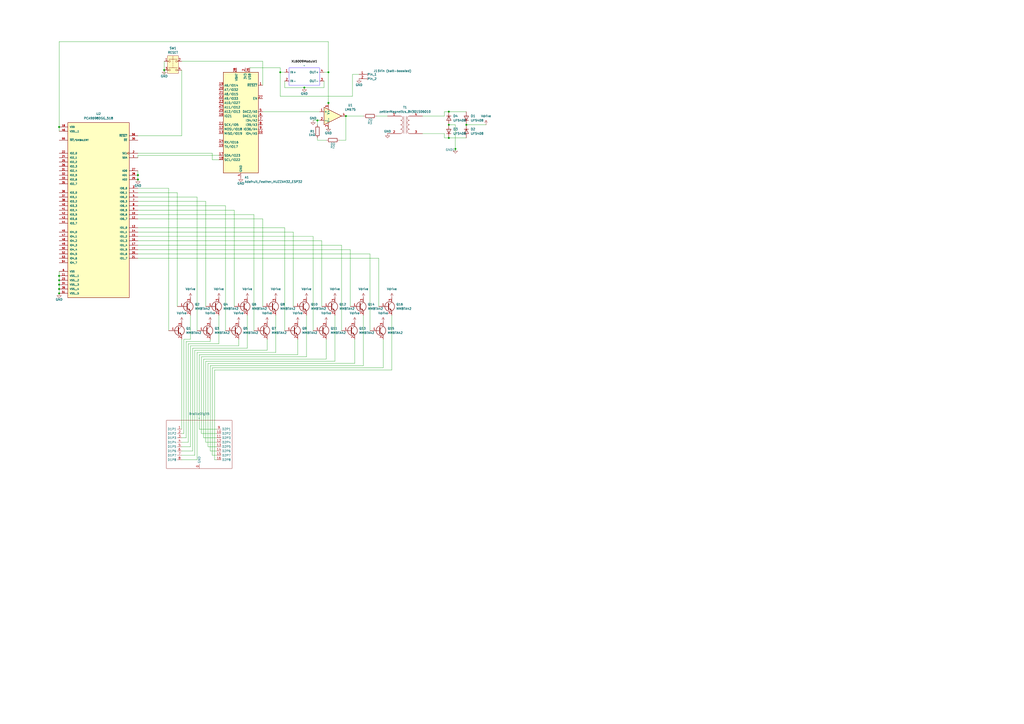
<source format=kicad_sch>
(kicad_sch (version 20231120) (generator "eeschema") (generator_version "8.0")
  (paper "A2")
  (lib_symbols
    (symbol "Amplifier_Operational:LM675" (pin_names (offset 0.127))
      (property "Reference" "U" (at 0 7.62 0))
      (property "Value" "LM675" (at 0 5.08 0))
      (symbol "LM675_0_1"
        (polyline (pts (xy -5.08 5.08) (xy 5.08 0) (xy -5.08 -5.08) (xy -5.08 5.08)) (stroke (width 0.254)) (fill (type background)))
      )
      (symbol "LM675_1_1"
        (pin input line (at -7.62 2.54 0) (length 2.54) (name "+") (number "1"))
        (pin input line (at -7.62 -2.54 0) (length 2.54) (name "-") (number "2"))
        (pin power_in line (at -2.54 -7.62 90) (length 3.81) (name "V-") (number "3"))
        (pin output line (at 7.62 0 180) (length 2.54) (name "~") (number "4"))
        (pin power_in line (at -2.54 7.62 270) (length 3.81) (name "V+") (number "5"))
      )
    )
    (symbol "Connector:Conn_01x02_Socket" (pin_names (offset 1.016))
      (property "Reference" "J" (at 0 2.54 0))
      (property "Value" "Conn_01x02_Socket" (at 0 -5.08 0))
      (symbol "Conn_01x02_Socket_1_1"
        (arc (start 0 -2.032) (mid -0.5058 -2.54) (end 0 -3.048) (stroke (width 0.1524)))
        (polyline (pts (xy -1.27 -2.54) (xy -0.508 -2.54)) (stroke (width 0.1524)))
        (polyline (pts (xy -1.27 0) (xy -0.508 0)) (stroke (width 0.1524)))
        (arc (start 0 0.508) (mid -0.5058 0) (end 0 -0.508) (stroke (width 0.1524)))
        (pin passive line (at -5.08 0 0) (length 3.81) (name "Pin_1") (number "1"))
        (pin passive line (at -5.08 -2.54 0) (length 3.81) (name "Pin_2") (number "2"))
      )
    )
    (symbol "CustomDCDCBoostSYM:XL6009Module"
      (property "Reference" "XL6009Module" (at 0 0 0))
      (symbol "XL6009Module_0_1"
        (rectangle (start -8.89 5.08) (end 8.89 -5.08) (stroke (width 0) (color 50 10 255 1)))
      )
      (symbol "XL6009Module_1_1"
        (pin input line (at -11.43 2.54 0) (length 2.54) (name "IN+") (number "1"))
        (pin input line (at -11.43 -2.54 0) (length 2.54) (name "IN-") (number "2"))
        (pin output line (at 11.43 -2.54 180) (length 2.54) (name "OUT-") (number "3"))
        (pin output line (at 11.43 2.54 180) (length 2.54) (name "OUT+") (number "4"))
      )
    )
    (symbol "CustomI2CSYM:PCA9698DGG_518" (pin_names (offset 1.016))
      (property "Reference" "U" (at -17.806 44.0063 0))
      (property "Value" "PCA9698DGG_518" (at -17.7917 -60.9901 0))
      (symbol "PCA9698DGG_518_0_0"
        (rectangle (start -17.78 -58.42) (end 17.78 43.18) (stroke (width 0.254)) (fill (type background)))
        (pin bidirectional line (at -22.86 22.86 0) (length 5.08) (name "SDA") (number "1"))
        (pin bidirectional line (at -22.86 -10.16 0) (length 5.08) (name "IO0_6") (number "10"))
        (pin power_in line (at 22.86 -45.72 180) (length 5.08) (name "VSS__1") (number "11"))
        (pin bidirectional line (at -22.86 -12.7 0) (length 5.08) (name "IO0_7") (number "12"))
        (pin bidirectional line (at -22.86 -17.78 0) (length 5.08) (name "IO1_0") (number "13"))
        (pin bidirectional line (at -22.86 -20.32 0) (length 5.08) (name "IO1_1") (number "14"))
        (pin bidirectional line (at -22.86 -22.86 0) (length 5.08) (name "IO1_2") (number "15"))
        (pin bidirectional line (at -22.86 -25.4 0) (length 5.08) (name "IO1_3") (number "16"))
        (pin bidirectional line (at -22.86 -27.94 0) (length 5.08) (name "IO1_4") (number "17"))
        (pin power_in line (at 22.86 40.64 180) (length 5.08) (name "VDD") (number "18"))
        (pin bidirectional line (at -22.86 -30.48 0) (length 5.08) (name "IO1_5") (number "19"))
        (pin input clock (at -22.86 25.4 0) (length 5.08) (name "SCL") (number "2"))
        (pin bidirectional line (at -22.86 -33.02 0) (length 5.08) (name "IO1_6") (number "20"))
        (pin bidirectional line (at -22.86 -35.56 0) (length 5.08) (name "IO1_7") (number "21"))
        (pin bidirectional line (at 22.86 25.4 180) (length 5.08) (name "IO2_0") (number "22"))
        (pin power_in line (at 22.86 -48.26 180) (length 5.08) (name "VSS__2") (number "23"))
        (pin bidirectional line (at 22.86 22.86 180) (length 5.08) (name "IO2_1") (number "24"))
        (pin bidirectional line (at 22.86 20.32 180) (length 5.08) (name "IO2_2") (number "25"))
        (pin bidirectional line (at 22.86 17.78 180) (length 5.08) (name "IO2_3") (number "26"))
        (pin input line (at -22.86 15.24 0) (length 5.08) (name "AD0") (number "27"))
        (pin input line (at -22.86 12.7 0) (length 5.08) (name "AD1") (number "28"))
        (pin input line (at -22.86 10.16 0) (length 5.08) (name "AD2") (number "29"))
        (pin bidirectional line (at -22.86 5.08 0) (length 5.08) (name "IO0_0") (number "3"))
        (pin input line (at -22.86 33.02 0) (length 5.08) (name "~{OE}") (number "30"))
        (pin bidirectional line (at 22.86 15.24 180) (length 5.08) (name "IO2_4") (number "31"))
        (pin bidirectional line (at 22.86 12.7 180) (length 5.08) (name "IO2_5") (number "32"))
        (pin bidirectional line (at 22.86 10.16 180) (length 5.08) (name "IO2_6") (number "33"))
        (pin power_in line (at 22.86 -50.8 180) (length 5.08) (name "VSS__3") (number "34"))
        (pin bidirectional line (at 22.86 7.62 180) (length 5.08) (name "IO2_7") (number "35"))
        (pin bidirectional line (at 22.86 2.54 180) (length 5.08) (name "IO3_0") (number "36"))
        (pin bidirectional line (at 22.86 0 180) (length 5.08) (name "IO3_1") (number "37"))
        (pin bidirectional line (at 22.86 -2.54 180) (length 5.08) (name "IO3_2") (number "38"))
        (pin power_in line (at 22.86 -53.34 180) (length 5.08) (name "VSS__4") (number "39"))
        (pin bidirectional line (at -22.86 2.54 0) (length 5.08) (name "IO0_1") (number "4"))
        (pin bidirectional line (at 22.86 -5.08 180) (length 5.08) (name "IO3_3") (number "40"))
        (pin bidirectional line (at 22.86 -7.62 180) (length 5.08) (name "IO3_4") (number "41"))
        (pin bidirectional line (at 22.86 -10.16 180) (length 5.08) (name "IO3_5") (number "42"))
        (pin bidirectional line (at 22.86 -12.7 180) (length 5.08) (name "IO3_6") (number "43"))
        (pin bidirectional line (at 22.86 -15.24 180) (length 5.08) (name "IO3_7") (number "44"))
        (pin bidirectional line (at 22.86 -20.32 180) (length 5.08) (name "IO4_0") (number "45"))
        (pin power_in line (at 22.86 38.1 180) (length 5.08) (name "VDD__1") (number "46"))
        (pin bidirectional line (at 22.86 -22.86 180) (length 5.08) (name "IO4_1") (number "47"))
        (pin bidirectional line (at 22.86 -25.4 180) (length 5.08) (name "IO4_2") (number "48"))
        (pin bidirectional line (at 22.86 -27.94 180) (length 5.08) (name "IO4_3") (number "49"))
        (pin bidirectional line (at -22.86 0 0) (length 5.08) (name "IO0_2") (number "5"))
        (pin bidirectional line (at 22.86 -30.48 180) (length 5.08) (name "IO4_4") (number "50"))
        (pin power_in line (at 22.86 -55.88 180) (length 5.08) (name "VSS__5") (number "51"))
        (pin bidirectional line (at 22.86 -33.02 180) (length 5.08) (name "IO4_5") (number "52"))
        (pin bidirectional line (at 22.86 -35.56 180) (length 5.08) (name "IO4_6") (number "53"))
        (pin bidirectional line (at 22.86 -38.1 180) (length 5.08) (name "IO4_7") (number "54"))
        (pin output line (at 22.86 33.02 180) (length 5.08) (name "~{INT}/SMBALERT") (number "55"))
        (pin input line (at -22.86 35.56 0) (length 5.08) (name "~{RESET}") (number "56"))
        (pin power_in line (at 22.86 -43.18 180) (length 5.08) (name "VSS") (number "6"))
        (pin bidirectional line (at -22.86 -2.54 0) (length 5.08) (name "IO0_3") (number "7"))
        (pin bidirectional line (at -22.86 -5.08 0) (length 5.08) (name "IO0_4") (number "8"))
        (pin bidirectional line (at -22.86 -7.62 0) (length 5.08) (name "IO0_5") (number "9"))
      )
    )
    (symbol "Device:R" (pin_numbers hide) (pin_names (offset 0))
      (property "Reference" "R" (at 2.032 0 90))
      (property "Value" "R" (at 0 0 90))
      (symbol "R_0_1"
        (rectangle (start -1.016 -2.54) (end 1.016 2.54) (stroke (width 0.254)))
      )
      (symbol "R_1_1"
        (pin passive line (at 0 3.81 270) (length 1.27) (name "~") (number "1"))
        (pin passive line (at 0 -3.81 90) (length 1.27) (name "~") (number "2"))
      )
    )
    (symbol "Device:Transformer_1P_1S" (pin_names (offset 1.016) hide)
      (property "Reference" "T" (at 0 6.35 0))
      (property "Value" "Transformer_1P_1S" (at 0 -7.62 0))
      (symbol "Transformer_1P_1S_0_1"
        (arc (start -2.54 -5.0546) (mid -1.6599 -4.6901) (end -1.27 -3.81))
        (arc (start -2.54 -2.5146) (mid -1.6599 -2.1501) (end -1.27 -1.27))
        (arc (start -2.54 0.0254) (mid -1.6599 0.3899) (end -1.27 1.27))
        (arc (start -2.54 2.5654) (mid -1.6599 2.9299) (end -1.27 3.81))
        (arc (start -1.27 -3.81) (mid -1.642 -2.912) (end -2.54 -2.54))
        (arc (start -1.27 -1.27) (mid -1.642 -0.372) (end -2.54 0))
        (arc (start -1.27 1.27) (mid -1.642 2.168) (end -2.54 2.54))
        (arc (start -1.27 3.81) (mid -1.642 4.708) (end -2.54 5.08))
        (polyline (pts (xy -0.635 5.08) (xy -0.635 -5.08)))
        (polyline (pts (xy 0.635 -5.08) (xy 0.635 5.08)))
        (arc (start 1.2954 -1.27) (mid 1.6599 -2.1501) (end 2.54 -2.5146))
        (arc (start 1.2954 1.27) (mid 1.6599 0.3899) (end 2.54 0.0254))
        (arc (start 1.2954 3.81) (mid 1.6599 2.9299) (end 2.54 2.5654))
        (arc (start 1.3208 -3.81) (mid 1.6853 -4.6901) (end 2.5654 -5.0546))
        (arc (start 2.54 0) (mid 1.642 -0.372) (end 1.2954 -1.27))
        (arc (start 2.54 2.54) (mid 1.642 2.168) (end 1.2954 1.27))
        (arc (start 2.54 5.08) (mid 1.642 4.708) (end 1.2954 3.81))
        (arc (start 2.5654 -2.54) (mid 1.6674 -2.912) (end 1.3208 -3.81))
      )
      (symbol "Transformer_1P_1S_1_1"
        (pin passive line (at -10.16 5.08 0) (length 7.62) (name "AA") (number "1"))
        (pin passive line (at -10.16 -5.08 0) (length 7.62) (name "AB") (number "2"))
        (pin passive line (at 10.16 -5.08 180) (length 7.62) (name "SA") (number "3"))
        (pin passive line (at 10.16 5.08 180) (length 7.62) (name "SB") (number "4"))
      )
    )
    (symbol "Diode:UF5408" (pin_numbers hide) (pin_names hide)
      (property "Reference" "D" (at 0 2.54 0))
      (property "Value" "UF5408" (at 0 -2.54 0))
      (symbol "UF5408_0_1"
        (polyline (pts (xy -1.27 1.27) (xy -1.27 -1.27)) (stroke (width 0.254)))
        (polyline (pts (xy 1.27 0) (xy -1.27 0)))
        (polyline (pts (xy 1.27 1.27) (xy 1.27 -1.27) (xy -1.27 0) (xy 1.27 1.27)) (stroke (width 0.254)))
      )
      (symbol "UF5408_1_1"
        (pin passive line (at -3.81 0 0) (length 2.54) (name "K") (number "1"))
        (pin passive line (at 3.81 0 180) (length 2.54) (name "A") (number "2"))
      )
    )
    (symbol "ETDBRSYM:BrailleDigit"
      (property "Reference" "BrailleDigit" (at 3.556 3.048 0))
      (symbol "BrailleDigit_0_1"
        (rectangle (start -15.24 5.08) (end 22.86 -22.86))
      )
      (symbol "BrailleDigit_1_1"
        (pin passive line (at 3.81 -22.86 90) (length 2.54) (name "GND") (number "0"))
        (pin passive line (at -6.35 0 180) (length 2.54) (name "D1P1") (number "1"))
        (pin passive line (at 13.97 -2.54 0) (length 2.54) (name "D2P2") (number "10"))
        (pin passive line (at 13.97 -5.08 0) (length 2.54) (name "D2P3") (number "11"))
        (pin passive line (at 13.97 -7.62 0) (length 2.54) (name "D2P4") (number "12"))
        (pin passive line (at 13.97 -10.16 0) (length 2.54) (name "D2P5") (number "13"))
        (pin passive line (at 13.97 -12.7 0) (length 2.54) (name "D2P6") (number "14"))
        (pin passive line (at 13.97 -15.24 0) (length 2.54) (name "D2P7") (number "15"))
        (pin passive line (at 13.97 -17.78 0) (length 2.54) (name "D2P8") (number "16"))
        (pin passive line (at -6.35 -2.54 180) (length 2.54) (name "D1P2") (number "2"))
        (pin passive line (at -6.35 -5.08 180) (length 2.54) (name "D1P3") (number "3"))
        (pin passive line (at -6.35 -7.62 180) (length 2.54) (name "D1P4") (number "4"))
        (pin passive line (at -6.35 -10.16 180) (length 2.54) (name "D1P5") (number "5"))
        (pin passive line (at -6.35 -12.7 180) (length 2.54) (name "D1P6") (number "6"))
        (pin passive line (at -6.35 -15.24 180) (length 2.54) (name "D1P7") (number "7"))
        (pin passive line (at -6.35 -17.78 180) (length 2.54) (name "D1P8") (number "8"))
        (pin passive line (at 13.97 0 0) (length 2.54) (name "D2P1") (number "9"))
      )
    )
    (symbol "MCU_Module:Adafruit_Feather_HUZZAH32_ESP32"
      (property "Reference" "A" (at -10.16 29.21 0))
      (property "Value" "Adafruit_Feather_HUZZAH32_ESP32" (at 2.54 -31.75 0))
      (symbol "Adafruit_Feather_HUZZAH32_ESP32_0_1"
        (rectangle (start -10.16 27.94) (end 10.16 -30.48) (stroke (width 0.254)) (fill (type background)))
      )
      (symbol "Adafruit_Feather_HUZZAH32_ESP32_1_1"
        (pin input line (at 12.7 20.32 180) (length 2.54) (name "~{RESET}") (number "1"))
        (pin bidirectional line (at 12.7 -7.62 180) (length 2.54) (name "IO4/A5") (number "10"))
        (pin bidirectional line (at -12.7 -2.54 0) (length 2.54) (name "SCK/IO5") (number "11"))
        (pin bidirectional line (at -12.7 -5.08 0) (length 2.54) (name "MOSI/IO18") (number "12"))
        (pin bidirectional line (at -12.7 -7.62 0) (length 2.54) (name "MISO/IO19") (number "13"))
        (pin bidirectional line (at -12.7 -12.7 0) (length 2.54) (name "RX/IO16") (number "14"))
        (pin bidirectional line (at -12.7 -15.24 0) (length 2.54) (name "TX/IO17") (number "15"))
        (pin bidirectional line (at -12.7 2.54 0) (length 2.54) (name "IO21") (number "16"))
        (pin bidirectional line (at -12.7 -20.32 0) (length 2.54) (name "SDA/IO23") (number "17"))
        (pin bidirectional line (at -12.7 -22.86 0) (length 2.54) (name "SCL/IO22") (number "18"))
        (pin bidirectional line (at -12.7 20.32 0) (length 2.54) (name "A6/IO14") (number "19"))
        (pin power_in line (at 2.54 30.48 270) (length 2.54) (name "3V3") (number "2"))
        (pin bidirectional line (at -12.7 17.78 0) (length 2.54) (name "A7/IO32") (number "20"))
        (pin bidirectional line (at -12.7 15.24 0) (length 2.54) (name "A8/IO15") (number "21"))
        (pin bidirectional line (at -12.7 12.7 0) (length 2.54) (name "A9/IO33") (number "22"))
        (pin bidirectional line (at -12.7 10.16 0) (length 2.54) (name "A10/IO27") (number "23"))
        (pin bidirectional line (at -12.7 7.62 0) (length 2.54) (name "A11/IO12") (number "24"))
        (pin bidirectional line (at -12.7 5.08 0) (length 2.54) (name "A12/IO13") (number "25"))
        (pin power_in line (at 5.08 30.48 270) (length 2.54) (name "USB") (number "26"))
        (pin input line (at 12.7 12.7 180) (length 2.54) (name "EN") (number "27"))
        (pin power_in line (at -2.54 30.48 270) (length 2.54) (name "VBAT") (number "28"))
        (pin no_connect line (at 10.16 10.16 180) (length 2.54) hide (name "NC") (number "3"))
        (pin power_in line (at 0 -33.02 90) (length 2.54) (name "GND") (number "4"))
        (pin bidirectional line (at 12.7 5.08 180) (length 2.54) (name "DAC2/A0") (number "5"))
        (pin bidirectional line (at 12.7 2.54 180) (length 2.54) (name "DAC1/A1") (number "6"))
        (pin bidirectional line (at 12.7 0 180) (length 2.54) (name "I34/A2") (number "7"))
        (pin bidirectional line (at 12.7 -2.54 180) (length 2.54) (name "I39/A3") (number "8"))
        (pin bidirectional line (at 12.7 -5.08 180) (length 2.54) (name "IO36/A4") (number "9"))
      )
    )
    (symbol "Switch:SW_Push_Dual" (pin_names (offset 1.016) hide)
      (property "Reference" "SW" (at 0 7.62 0))
      (property "Value" "SW_Push_Dual" (at 0 -6.35 0))
      (symbol "SW_Push_Dual_0_1"
        (circle (center -2.032 -2.54) (radius 0.508))
        (circle (center -2.032 2.54) (radius 0.508))
        (polyline (pts (xy 0 -0.508) (xy 0 -1.016)))
        (polyline (pts (xy 0 0.508) (xy 0 0)))
        (polyline (pts (xy 0 1.016) (xy 0 1.524)))
        (polyline (pts (xy 0 2.032) (xy 0 2.54)))
        (polyline (pts (xy 0 3.048) (xy 0 3.556)))
        (polyline (pts (xy 0 3.81) (xy 0 5.588)))
        (polyline (pts (xy 2.54 -1.27) (xy -2.54 -1.27)))
        (polyline (pts (xy 2.54 3.81) (xy -2.54 3.81)))
        (circle (center 2.032 -2.54) (radius 0.508))
        (circle (center 2.032 2.54) (radius 0.508))
        (pin passive line (at -5.08 2.54 0) (length 2.54) (name "1") (number "1"))
        (pin passive line (at 5.08 2.54 180) (length 2.54) (name "2") (number "2"))
        (pin passive line (at -5.08 -2.54 0) (length 2.54) (name "3") (number "3"))
        (pin passive line (at 5.08 -2.54 180) (length 2.54) (name "4") (number "4"))
      )
      (symbol "SW_Push_Dual_1_1"
        (rectangle (start -3.175 5.715) (end 3.175 -4.445) (fill (type background)))
      )
    )
    (symbol "Transistor_BJT:MMBTA42" (pin_names (offset 0) hide)
      (property "Reference" "Q" (at 5.08 1.905 0))
      (property "Value" "MMBTA42" (at 5.08 0 0))
      (symbol "MMBTA42_0_1"
        (polyline (pts (xy 0 0) (xy 0.635 0)))
        (polyline (pts (xy 0.635 0.635) (xy 2.54 2.54)))
        (polyline (pts (xy 0.635 -0.635) (xy 2.54 -2.54) (xy 2.54 -2.54)))
        (polyline (pts (xy 0.635 1.905) (xy 0.635 -1.905) (xy 0.635 -1.905)) (stroke (width 0.508)))
        (polyline (pts (xy 1.27 -1.778) (xy 1.778 -1.27) (xy 2.286 -2.286) (xy 1.27 -1.778) (xy 1.27 -1.778)) (fill (type outline)))
        (circle (center 1.27 0) (radius 2.8194) (stroke (width 0.254)))
      )
      (symbol "MMBTA42_1_1"
        (pin input line (at -5.08 0 0) (length 5.08) (name "B") (number "1"))
        (pin passive line (at 2.54 -5.08 90) (length 2.54) (name "E") (number "2"))
        (pin passive line (at 2.54 5.08 270) (length 2.54) (name "C") (number "3"))
      )
    )
    (symbol "power:GND" (power) (pin_numbers hide) (pin_names (offset 0) hide)
      (property "Value" "GND" (at 0 -3.81 0))
      (symbol "GND_0_1"
        (polyline (pts (xy 0 0) (xy 0 -1.27) (xy 1.27 -1.27) (xy 0 -2.54) (xy -1.27 -1.27) (xy 0 -1.27)))
      )
      (symbol "GND_1_1"
        (pin power_in line (at 0 0 270) (length 0) (name "~") (number "1"))
      )
    )
    (symbol "power:GND1" (power) (pin_numbers hide) (pin_names (offset 0) hide)
      (property "Value" "GND1" (at 0 -3.81 0))
      (symbol "GND1_0_1"
        (polyline (pts (xy 0 0) (xy 0 -1.27) (xy 1.27 -1.27) (xy 0 -2.54) (xy -1.27 -1.27) (xy 0 -1.27)))
      )
      (symbol "GND1_1_1"
        (pin power_in line (at 0 0 270) (length 0) (name "~") (number "1"))
      )
    )
    (symbol "power:Vdrive" (power) (pin_numbers hide) (pin_names (offset 0) hide)
      (property "Value" "Vdrive" (at 0 3.556 0))
      (symbol "Vdrive_0_1"
        (polyline (pts (xy -0.762 1.27) (xy 0 2.54)))
        (polyline (pts (xy 0 0) (xy 0 2.54)))
        (polyline (pts (xy 0 2.54) (xy 0.762 1.27)))
      )
      (symbol "Vdrive_1_1"
        (pin power_in line (at 0 0 90) (length 0) (name "~") (number "1"))
      )
    )
  )
  (junction (at 260.35 72.39))
  (junction (at 184.15 69.85))
  (junction (at 95.25 40.64))
  (junction (at 200.66 67.31))
  (junction (at 34.29 167.64))
  (junction (at 190.5 59.69))
  (junction (at 34.29 165.1))
  (junction (at 80.01 104.14))
  (junction (at 162.56 41.91))
  (junction (at 34.29 160.02))
  (junction (at 80.01 101.6))
  (junction (at 264.16 86.36))
  (junction (at 270.51 72.39))
  (junction (at 260.35 64.77))
  (junction (at 34.29 162.56))
  (junction (at 260.35 80.01))
  (junction (at 176.53 50.8))
  (junction (at 190.5 41.91))
  (junction (at 34.29 170.18))
  (junction (at 34.29 73.66))
  (wire (pts (xy 121.92 198.12) (xy 121.92 196.85)))
  (wire (pts (xy 135.89 177.8) (xy 135.89 121.92)))
  (wire (pts (xy 80.01 90.17) (xy 80.01 91.44)))
  (wire (pts (xy 204.47 43.18) (xy 208.28 43.18)))
  (wire (pts (xy 198.12 142.24) (xy 80.01 142.24)))
  (wire (pts (xy 120.65 210.82) (xy 120.65 259.08)))
  (wire (pts (xy 115.57 205.74) (xy 172.72 205.74)))
  (wire (pts (xy 80.01 101.6) (xy 80.01 99.06)))
  (wire (pts (xy 113.03 264.16) (xy 105.41 264.16)))
  (wire (pts (xy 189.23 208.28) (xy 189.23 196.85)))
  (wire (pts (xy 189.23 81.28) (xy 184.15 81.28)))
  (wire (pts (xy 34.29 24.13) (xy 34.29 73.66)))
  (wire (pts (xy 187.96 41.91) (xy 190.5 41.91)))
  (wire (pts (xy 121.92 261.62) (xy 125.73 261.62)))
  (wire (pts (xy 200.66 67.31) (xy 210.82 67.31)))
  (wire (pts (xy 152.4 49.53) (xy 152.4 35.56)))
  (wire (pts (xy 97.79 109.22) (xy 80.01 109.22)))
  (wire (pts (xy 80.01 104.14) (xy 80.01 101.6)))
  (wire (pts (xy 270.51 72.39) (xy 281.94 72.39)))
  (wire (pts (xy 116.84 207.01) (xy 116.84 251.46)))
  (wire (pts (xy 111.76 261.62) (xy 105.41 261.62)))
  (wire (pts (xy 111.76 201.93) (xy 111.76 261.62)))
  (wire (pts (xy 118.11 254) (xy 125.73 254)))
  (wire (pts (xy 34.29 165.1) (xy 34.29 162.56)))
  (wire (pts (xy 143.51 201.93) (xy 143.51 182.88)))
  (wire (pts (xy 187.96 46.99) (xy 187.96 50.8)))
  (wire (pts (xy 121.92 212.09) (xy 210.82 212.09)))
  (wire (pts (xy 123.19 264.16) (xy 125.73 264.16)))
  (wire (pts (xy 165.1 132.08) (xy 80.01 132.08)))
  (wire (pts (xy 127 199.39) (xy 127 182.88)))
  (wire (pts (xy 170.18 177.8) (xy 170.18 134.62)))
  (wire (pts (xy 106.68 196.85) (xy 106.68 251.46)))
  (wire (pts (xy 107.95 254) (xy 105.41 254)))
  (wire (pts (xy 113.03 203.2) (xy 154.94 203.2)))
  (wire (pts (xy 162.56 41.91) (xy 162.56 55.88)))
  (wire (pts (xy 200.66 81.28) (xy 196.85 81.28)))
  (wire (pts (xy 34.29 170.18) (xy 34.29 167.64)))
  (wire (pts (xy 34.29 162.56) (xy 34.29 160.02)))
  (wire (pts (xy 34.29 167.64) (xy 34.29 165.1)))
  (wire (pts (xy 190.5 41.91) (xy 190.5 59.69)))
  (wire (pts (xy 138.43 200.66) (xy 138.43 196.85)))
  (wire (pts (xy 257.81 67.31) (xy 257.81 64.77)))
  (wire (pts (xy 264.16 72.39) (xy 264.16 86.36)))
  (wire (pts (xy 260.35 64.77) (xy 270.51 64.77)))
  (wire (pts (xy 95.25 40.64) (xy 95.25 43.18)))
  (wire (pts (xy 190.5 60.96) (xy 190.5 59.69)))
  (wire (pts (xy 119.38 177.8) (xy 119.38 116.84)))
  (wire (pts (xy 124.46 214.63) (xy 124.46 266.7)))
  (wire (pts (xy 257.81 64.77) (xy 260.35 64.77)))
  (wire (pts (xy 245.11 77.47) (xy 257.81 77.47)))
  (wire (pts (xy 152.4 35.56) (xy 105.41 35.56)))
  (wire (pts (xy 106.68 196.85) (xy 110.49 196.85)))
  (wire (pts (xy 152.4 177.8) (xy 152.4 127)))
  (wire (pts (xy 264.16 86.36) (xy 264.16 87.63)))
  (wire (pts (xy 115.57 248.92) (xy 125.73 248.92)))
  (wire (pts (xy 124.46 266.7) (xy 125.73 266.7)))
  (wire (pts (xy 95.25 35.56) (xy 95.25 40.64)))
  (wire (pts (xy 105.41 78.74) (xy 105.41 40.64)))
  (wire (pts (xy 130.81 119.38) (xy 80.01 119.38)))
  (wire (pts (xy 97.79 109.22) (xy 97.79 191.77)))
  (wire (pts (xy 118.11 208.28) (xy 189.23 208.28)))
  (wire (pts (xy 114.3 204.47) (xy 160.02 204.47)))
  (wire (pts (xy 144.78 39.37) (xy 162.56 39.37)))
  (wire (pts (xy 200.66 67.31) (xy 200.66 81.28)))
  (wire (pts (xy 190.5 24.13) (xy 34.29 24.13)))
  (wire (pts (xy 186.69 139.7) (xy 80.01 139.7)))
  (wire (pts (xy 147.32 191.77) (xy 147.32 124.46)))
  (wire (pts (xy 114.3 191.77) (xy 114.3 114.3)))
  (wire (pts (xy 203.2 177.8) (xy 203.2 144.78)))
  (wire (pts (xy 170.18 134.62) (xy 80.01 134.62)))
  (wire (pts (xy 118.11 208.28) (xy 118.11 254)))
  (wire (pts (xy 184.15 81.28) (xy 184.15 80.01)))
  (wire (pts (xy 135.89 121.92) (xy 80.01 121.92)))
  (wire (pts (xy 181.61 137.16) (xy 80.01 137.16)))
  (wire (pts (xy 162.56 55.88) (xy 204.47 55.88)))
  (wire (pts (xy 218.44 67.31) (xy 224.79 67.31)))
  (wire (pts (xy 123.19 213.36) (xy 123.19 264.16)))
  (wire (pts (xy 34.29 160.02) (xy 34.29 157.48)))
  (wire (pts (xy 184.15 69.85) (xy 185.42 69.85)))
  (wire (pts (xy 114.3 204.47) (xy 114.3 266.7)))
  (wire (pts (xy 130.81 191.77) (xy 130.81 119.38)))
  (wire (pts (xy 214.63 147.32) (xy 80.01 147.32)))
  (wire (pts (xy 127 90.17) (xy 80.01 90.17)))
  (wire (pts (xy 203.2 144.78) (xy 80.01 144.78)))
  (wire (pts (xy 219.71 177.8) (xy 219.71 149.86)))
  (wire (pts (xy 186.69 177.8) (xy 186.69 139.7)))
  (wire (pts (xy 107.95 198.12) (xy 107.95 254)))
  (wire (pts (xy 109.22 256.54) (xy 105.41 256.54)))
  (wire (pts (xy 184.15 72.39) (xy 184.15 69.85)))
  (wire (pts (xy 114.3 114.3) (xy 80.01 114.3)))
  (wire (pts (xy 80.01 78.74) (xy 105.41 78.74)))
  (wire (pts (xy 205.74 210.82) (xy 205.74 196.85)))
  (wire (pts (xy 152.4 64.77) (xy 185.42 64.77)))
  (wire (pts (xy 198.12 191.77) (xy 198.12 142.24)))
  (wire (pts (xy 165.1 50.8) (xy 165.1 46.99)))
  (wire (pts (xy 194.31 209.55) (xy 194.31 182.88)))
  (wire (pts (xy 110.49 196.85) (xy 110.49 182.88)))
  (wire (pts (xy 123.19 88.9) (xy 80.01 88.9)))
  (wire (pts (xy 119.38 116.84) (xy 80.01 116.84)))
  (wire (pts (xy 123.19 213.36) (xy 222.25 213.36)))
  (wire (pts (xy 119.38 209.55) (xy 194.31 209.55)))
  (wire (pts (xy 113.03 203.2) (xy 113.03 264.16)))
  (wire (pts (xy 106.68 251.46) (xy 105.41 251.46)))
  (wire (pts (xy 120.65 210.82) (xy 205.74 210.82)))
  (wire (pts (xy 107.95 198.12) (xy 121.92 198.12)))
  (wire (pts (xy 177.8 207.01) (xy 177.8 182.88)))
  (wire (pts (xy 110.49 200.66) (xy 138.43 200.66)))
  (wire (pts (xy 110.49 259.08) (xy 105.41 259.08)))
  (wire (pts (xy 147.32 124.46) (xy 80.01 124.46)))
  (wire (pts (xy 124.46 214.63) (xy 227.33 214.63)))
  (wire (pts (xy 210.82 212.09) (xy 210.82 182.88)))
  (wire (pts (xy 116.84 251.46) (xy 125.73 251.46)))
  (wire (pts (xy 190.5 41.91) (xy 190.5 24.13)))
  (wire (pts (xy 102.87 111.76) (xy 102.87 177.8)))
  (wire (pts (xy 116.84 207.01) (xy 177.8 207.01)))
  (wire (pts (xy 257.81 77.47) (xy 257.81 80.01)))
  (wire (pts (xy 109.22 199.39) (xy 127 199.39)))
  (wire (pts (xy 152.4 127) (xy 80.01 127)))
  (wire (pts (xy 105.41 196.85) (xy 105.41 248.92)))
  (wire (pts (xy 110.49 200.66) (xy 110.49 259.08)))
  (wire (pts (xy 119.38 256.54) (xy 125.73 256.54)))
  (wire (pts (xy 227.33 214.63) (xy 227.33 182.88)))
  (wire (pts (xy 127 92.71) (xy 123.19 92.71)))
  (wire (pts (xy 165.1 191.77) (xy 165.1 132.08)))
  (wire (pts (xy 190.5 73.66) (xy 190.5 74.93)))
  (wire (pts (xy 111.76 201.93) (xy 143.51 201.93)))
  (wire (pts (xy 109.22 199.39) (xy 109.22 256.54)))
  (wire (pts (xy 219.71 149.86) (xy 80.01 149.86)))
  (wire (pts (xy 181.61 191.77) (xy 181.61 137.16)))
  (wire (pts (xy 176.53 50.8) (xy 187.96 50.8)))
  (wire (pts (xy 34.29 73.66) (xy 34.29 76.2)))
  (wire (pts (xy 123.19 92.71) (xy 123.19 88.9)))
  (wire (pts (xy 204.47 55.88) (xy 204.47 43.18)))
  (wire (pts (xy 162.56 41.91) (xy 165.1 41.91)))
  (wire (pts (xy 114.3 266.7) (xy 105.41 266.7)))
  (wire (pts (xy 154.94 203.2) (xy 154.94 196.85)))
  (wire (pts (xy 115.57 205.74) (xy 115.57 248.92)))
  (wire (pts (xy 165.1 50.8) (xy 176.53 50.8)))
  (wire (pts (xy 172.72 205.74) (xy 172.72 196.85)))
  (wire (pts (xy 257.81 80.01) (xy 260.35 80.01)))
  (wire (pts (xy 222.25 213.36) (xy 222.25 196.85)))
  (wire (pts (xy 120.65 259.08) (xy 125.73 259.08)))
  (wire (pts (xy 160.02 204.47) (xy 160.02 182.88)))
  (wire (pts (xy 121.92 212.09) (xy 121.92 261.62)))
  (wire (pts (xy 245.11 67.31) (xy 257.81 67.31)))
  (wire (pts (xy 119.38 209.55) (xy 119.38 256.54)))
  (wire (pts (xy 260.35 80.01) (xy 270.51 80.01)))
  (wire (pts (xy 162.56 41.91) (xy 162.56 39.37)))
  (wire (pts (xy 181.61 69.85) (xy 184.15 69.85)))
  (wire (pts (xy 260.35 72.39) (xy 264.16 72.39)))
  (wire (pts (xy 214.63 191.77) (xy 214.63 147.32)))
  (wire (pts (xy 102.87 111.76) (xy 80.01 111.76)))
  (symbol (lib_id "Diode:UF5408") (at 260.35 76.2 90) (unit 1)
    (property "Reference" "D3" (at 262.89 74.9299 90) (effects (justify right)))
    (property "Value" "UF5408" (at 262.89 77.4699 90) (effects (justify right)))
    (property "Footprint" "Diode_THT:D_DO-201AD_P15.24mm_Horizontal" (effects (hide yes)))
    (property "Datasheet" "http://www.vishay.com/docs/88756/uf5400.pdf" (effects (hide yes)))
    (property "Description" "1000V 3A Soft Recovery Ultrafast Rectifier Diode, DO-201AD" (effects (hide yes)))
    (property "Sim.Device" "D" (effects (hide yes)))
    (property "Sim.Pins" "1=K 2=A" (effects (hide yes)))
  )
  (symbol (lib_id "power:GND") (at 190.5 73.66 0) (unit 1)
    (property "Reference" "#PWR03" (effects (hide yes)))
    (property "Value" "GND" (at 190.5 77.216 0))
    (property "Description" "Power symbol creates a global label with name \"GND\" , ground" (effects (hide yes)))
  )
  (symbol (lib_id "power:GND") (at 139.7 102.87 0) (unit 1)
    (property "Reference" "#PWR05" (effects (hide yes)))
    (property "Value" "GND" (at 139.7 106.426 0))
    (property "Description" "Power symbol creates a global label with name \"GND\" , ground" (effects (hide yes)))
  )
  (symbol (lib_id "power:GND") (at 176.53 50.8 0) (unit 1)
    (property "Reference" "#PWR02" (effects (hide yes)))
    (property "Value" "GND" (at 176.53 54.356 0))
    (property "Description" "Power symbol creates a global label with name \"GND\" , ground" (effects (hide yes)))
  )
  (symbol (lib_id "Transistor_BJT:MMBTA42") (at 170.18 191.77 0) (unit 1)
    (property "Reference" "Q9" (at 175.26 190.4999 0) (effects (justify left)))
    (property "Value" "MMBTA42" (at 175.26 193.0399 0) (effects (justify left)))
    (property "Footprint" "Package_TO_SOT_SMD:SOT-23-3" (effects (hide yes)))
    (property "Datasheet" "https://www.onsemi.com/pub/Collateral/MMBTA42LT1-D.PDF" (effects (hide yes)))
    (property "Description" "0.5A Ic, 300V Vce, NPN High Voltage Transistor, SOT-23" (effects (hide yes)))
  )
  (symbol (lib_id "power:Vdrive") (at 177.8 172.72 0) (unit 1)
    (property "Reference" "#PWR021" (effects (hide yes)))
    (property "Value" "Vdrive" (at 177.8 167.64 0))
    (property "Description" "Power symbol creates a global label with name \"Vdrive\"" (effects (hide yes)))
  )
  (symbol (lib_id "power:Vdrive") (at 210.82 172.72 0) (unit 1)
    (property "Reference" "#PWR025" (effects (hide yes)))
    (property "Value" "Vdrive" (at 210.82 167.64 0))
    (property "Description" "Power symbol creates a global label with name \"Vdrive\"" (effects (hide yes)))
  )
  (symbol (lib_id "Diode:UF5408") (at 260.35 68.58 270) (unit 1)
    (property "Reference" "D4" (at 262.89 67.3099 90) (effects (justify left)))
    (property "Value" "UF5408" (at 262.89 69.8499 90) (effects (justify left)))
    (property "Footprint" "Diode_THT:D_DO-201AD_P15.24mm_Horizontal" (effects (hide yes)))
    (property "Datasheet" "http://www.vishay.com/docs/88756/uf5400.pdf" (effects (hide yes)))
    (property "Description" "1000V 3A Soft Recovery Ultrafast Rectifier Diode, DO-201AD" (effects (hide yes)))
    (property "Sim.Device" "D" (effects (hide yes)))
    (property "Sim.Pins" "1=K 2=A" (effects (hide yes)))
  )
  (symbol (lib_id "CustomDCDCBoostSYM:XL6009Module") (at 176.53 44.45 0) (unit 1)
    (property "Reference" "XL6009Module1" (at 176.53 35.56 0))
    (property "Value" "~" (at 176.53 38.1 0))
    (property "Footprint" "CustomDCDCBoostFOOT:XL6009ModuleFOOT" (effects (hide yes)))
  )
  (symbol (lib_id "power:Vdrive") (at 281.94 72.39 0) (unit 1)
    (property "Reference" "#PWR012" (effects (hide yes)))
    (property "Value" "Vdrive" (at 281.94 67.31 0))
    (property "Description" "Power symbol creates a global label with name \"Vdrive\"" (effects (hide yes)))
  )
  (symbol (lib_id "Transistor_BJT:MMBTA42") (at 124.46 177.8 0) (unit 1)
    (property "Reference" "Q4" (at 129.54 176.5299 0) (effects (justify left)))
    (property "Value" "MMBTA42" (at 129.54 179.0699 0) (effects (justify left)))
    (property "Footprint" "Package_TO_SOT_SMD:SOT-23-3" (effects (hide yes)))
    (property "Datasheet" "https://www.onsemi.com/pub/Collateral/MMBTA42LT1-D.PDF" (effects (hide yes)))
    (property "Description" "0.5A Ic, 300V Vce, NPN High Voltage Transistor, SOT-23" (effects (hide yes)))
  )
  (symbol (lib_id "Transistor_BJT:MMBTA42") (at 203.2 191.77 0) (unit 1)
    (property "Reference" "Q13" (at 208.28 190.4999 0) (effects (justify left)))
    (property "Value" "MMBTA42" (at 208.28 193.0399 0) (effects (justify left)))
    (property "Footprint" "Package_TO_SOT_SMD:SOT-23-3" (effects (hide yes)))
    (property "Datasheet" "https://www.onsemi.com/pub/Collateral/MMBTA42LT1-D.PDF" (effects (hide yes)))
    (property "Description" "0.5A Ic, 300V Vce, NPN High Voltage Transistor, SOT-23" (effects (hide yes)))
  )
  (symbol (lib_id "Switch:SW_Push_Dual") (at 100.33 38.1 0) (unit 1)
    (property "Reference" "SW1" (at 100.33 27.94 0))
    (property "Value" "RESET" (at 100.33 30.48 0))
    (property "Description" "Push button switch, generic, symbol, four pins" (effects (hide yes)))
  )
  (symbol (lib_id "Transistor_BJT:MMBTA42") (at 219.71 191.77 0) (unit 1)
    (property "Reference" "Q15" (at 224.79 190.4999 0) (effects (justify left)))
    (property "Value" "MMBTA42" (at 224.79 193.0399 0) (effects (justify left)))
    (property "Footprint" "Package_TO_SOT_SMD:SOT-23-3" (effects (hide yes)))
    (property "Datasheet" "https://www.onsemi.com/pub/Collateral/MMBTA42LT1-D.PDF" (effects (hide yes)))
    (property "Description" "0.5A Ic, 300V Vce, NPN High Voltage Transistor, SOT-23" (effects (hide yes)))
  )
  (symbol (lib_id "power:Vdrive") (at 189.23 186.69 0) (unit 1)
    (property "Reference" "#PWR022" (effects (hide yes)))
    (property "Value" "Vdrive" (at 189.23 181.61 0))
    (property "Description" "Power symbol creates a global label with name \"Vdrive\"" (effects (hide yes)))
  )
  (symbol (lib_id "Transistor_BJT:MMBTA42") (at 140.97 177.8 0) (unit 1)
    (property "Reference" "Q6" (at 146.05 176.5299 0) (effects (justify left)))
    (property "Value" "MMBTA42" (at 146.05 179.0699 0) (effects (justify left)))
    (property "Footprint" "Package_TO_SOT_SMD:SOT-23-3" (effects (hide yes)))
    (property "Datasheet" "https://www.onsemi.com/pub/Collateral/MMBTA42LT1-D.PDF" (effects (hide yes)))
    (property "Description" "0.5A Ic, 300V Vce, NPN High Voltage Transistor, SOT-23" (effects (hide yes)))
  )
  (symbol (lib_id "power:Vdrive") (at 160.02 172.72 0) (unit 1)
    (property "Reference" "#PWR019" (effects (hide yes)))
    (property "Value" "Vdrive" (at 160.02 167.64 0))
    (property "Description" "Power symbol creates a global label with name \"Vdrive\"" (effects (hide yes)))
  )
  (symbol (lib_id "Diode:UF5408") (at 270.51 68.58 90) (unit 1)
    (property "Reference" "D1" (at 273.05 67.3099 90) (effects (justify right)))
    (property "Value" "UF5408" (at 273.05 69.8499 90) (effects (justify right)))
    (property "Footprint" "Diode_THT:D_DO-201AD_P15.24mm_Horizontal" (effects (hide yes)))
    (property "Datasheet" "http://www.vishay.com/docs/88756/uf5400.pdf" (effects (hide yes)))
    (property "Description" "1000V 3A Soft Recovery Ultrafast Rectifier Diode, DO-201AD" (effects (hide yes)))
    (property "Sim.Device" "D" (effects (hide yes)))
    (property "Sim.Pins" "1=K 2=A" (effects (hide yes)))
  )
  (symbol (lib_id "Transistor_BJT:MMBTA42") (at 157.48 177.8 0) (unit 1)
    (property "Reference" "Q8" (at 162.56 176.5299 0) (effects (justify left)))
    (property "Value" "MMBTA42" (at 162.56 179.0699 0) (effects (justify left)))
    (property "Footprint" "Package_TO_SOT_SMD:SOT-23-3" (effects (hide yes)))
    (property "Datasheet" "https://www.onsemi.com/pub/Collateral/MMBTA42LT1-D.PDF" (effects (hide yes)))
    (property "Description" "0.5A Ic, 300V Vce, NPN High Voltage Transistor, SOT-23" (effects (hide yes)))
  )
  (symbol (lib_id "power:Vdrive") (at 105.41 186.69 0) (unit 1)
    (property "Reference" "#PWR08" (effects (hide yes)))
    (property "Value" "Vdrive" (at 105.41 181.61 0))
    (property "Description" "Power symbol creates a global label with name \"Vdrive\"" (effects (hide yes)))
  )
  (symbol (lib_id "power:GND") (at 95.25 40.64 0) (unit 1)
    (property "Reference" "#PWR011" (effects (hide yes)))
    (property "Value" "GND" (at 95.25 44.196 0))
    (property "Description" "Power symbol creates a global label with name \"GND\" , ground" (effects (hide yes)))
  )
  (symbol (lib_id "ETDBRSYM:BrailleDigit") (at 111.76 248.92 0) (unit 1)
    (property "Reference" "BrailleDigit5" (at 115.57 240.03 0))
    (property "Value" "~" (at 115.57 242.57 0))
    (property "Footprint" "ETDBRFOOT:BraileDigit" (effects (hide yes)))
  )
  (symbol (lib_id "Transistor_BJT:MMBTA42") (at 135.89 191.77 0) (unit 1)
    (property "Reference" "Q5" (at 140.97 190.4999 0) (effects (justify left)))
    (property "Value" "MMBTA42" (at 140.97 193.0399 0) (effects (justify left)))
    (property "Footprint" "Package_TO_SOT_SMD:SOT-23-3" (effects (hide yes)))
    (property "Datasheet" "https://www.onsemi.com/pub/Collateral/MMBTA42LT1-D.PDF" (effects (hide yes)))
    (property "Description" "0.5A Ic, 300V Vce, NPN High Voltage Transistor, SOT-23" (effects (hide yes)))
  )
  (symbol (lib_id "Transistor_BJT:MMBTA42") (at 102.87 191.77 0) (unit 1)
    (property "Reference" "Q1" (at 107.95 190.4999 0) (effects (justify left)))
    (property "Value" "MMBTA42" (at 107.95 193.0399 0) (effects (justify left)))
    (property "Footprint" "Package_TO_SOT_SMD:SOT-23-3" (effects (hide yes)))
    (property "Datasheet" "https://www.onsemi.com/pub/Collateral/MMBTA42LT1-D.PDF" (effects (hide yes)))
    (property "Description" "0.5A Ic, 300V Vce, NPN High Voltage Transistor, SOT-23" (effects (hide yes)))
  )
  (symbol (lib_id "MCU_Module:Adafruit_Feather_HUZZAH32_ESP32") (at 139.7 69.85 0) (unit 1)
    (property "Reference" "A1" (at 141.8941 102.87 0) (effects (justify left)))
    (property "Value" "Adafruit_Feather_HUZZAH32_ESP32" (at 141.8941 105.41 0) (effects (justify left)))
    (property "Footprint" "Module:Adafruit_Feather" (effects (hide yes)))
    (property "Datasheet" "https://cdn-learn.adafruit.com/downloads/pdf/adafruit-huzzah32-esp32-feather.pdf" (effects (hide yes)))
    (property "Description" "Microcontroller module with ESP32 MCU" (effects (hide yes)))
  )
  (symbol (lib_id "power:Vdrive") (at 227.33 172.72 0) (unit 1)
    (property "Reference" "#PWR027" (effects (hide yes)))
    (property "Value" "Vdrive" (at 227.33 167.64 0))
    (property "Description" "Power symbol creates a global label with name \"Vdrive\"" (effects (hide yes)))
  )
  (symbol (lib_id "Transistor_BJT:MMBTA42") (at 186.69 191.77 0) (unit 1)
    (property "Reference" "Q11" (at 191.77 190.4999 0) (effects (justify left)))
    (property "Value" "MMBTA42" (at 191.77 193.0399 0) (effects (justify left)))
    (property "Footprint" "Package_TO_SOT_SMD:SOT-23-3" (effects (hide yes)))
    (property "Datasheet" "https://www.onsemi.com/pub/Collateral/MMBTA42LT1-D.PDF" (effects (hide yes)))
    (property "Description" "0.5A Ic, 300V Vce, NPN High Voltage Transistor, SOT-23" (effects (hide yes)))
  )
  (symbol (lib_id "Device:R") (at 214.63 67.31 90) (unit 1)
    (property "Reference" "R3" (at 215.9 71.374 90) (effects (justify left)))
    (property "Value" "?Ω" (at 216.154 69.596 90) (effects (justify left)))
    (property "Footprint" "Resistor_THT:R_Axial_DIN0207_L6.3mm_D2.5mm_P7.62mm_Horizontal" (effects (hide yes)))
    (property "Description" "Resistor" (effects (hide yes)))
  )
  (symbol (lib_id "Device:R") (at 184.15 76.2 0) (unit 1)
    (property "Reference" "R1" (at 179.832 76.2 0) (effects (justify left)))
    (property "Value" "1kΩ" (at 179.07 78.232 0) (effects (justify left)))
    (property "Footprint" "Resistor_THT:R_Axial_DIN0207_L6.3mm_D2.5mm_P7.62mm_Horizontal" (effects (hide yes)))
    (property "Description" "Resistor" (effects (hide yes)))
  )
  (symbol (lib_id "power:Vdrive") (at 194.31 172.72 0) (unit 1)
    (property "Reference" "#PWR023" (effects (hide yes)))
    (property "Value" "Vdrive" (at 194.31 167.64 0))
    (property "Description" "Power symbol creates a global label with name \"Vdrive\"" (effects (hide yes)))
  )
  (symbol (lib_id "Diode:UF5408") (at 270.51 76.2 270) (unit 1)
    (property "Reference" "D2" (at 273.05 74.9299 90) (effects (justify left)))
    (property "Value" "UF5408" (at 273.05 77.4699 90) (effects (justify left)))
    (property "Footprint" "Diode_THT:D_DO-201AD_P15.24mm_Horizontal" (effects (hide yes)))
    (property "Datasheet" "http://www.vishay.com/docs/88756/uf5400.pdf" (effects (hide yes)))
    (property "Description" "1000V 3A Soft Recovery Ultrafast Rectifier Diode, DO-201AD" (effects (hide yes)))
    (property "Sim.Device" "D" (effects (hide yes)))
    (property "Sim.Pins" "1=K 2=A" (effects (hide yes)))
  )
  (symbol (lib_id "power:GND1") (at 264.16 86.36 0) (unit 1)
    (property "Reference" "#PWR07" (effects (hide yes)))
    (property "Value" "GND1" (at 261.112 86.868 0))
    (property "Description" "Power symbol creates a global label with name \"GND1\" , ground" (effects (hide yes)))
  )
  (symbol (lib_id "power:GND") (at 34.29 170.18 0) (unit 1)
    (property "Reference" "#PWR09" (effects (hide yes)))
    (property "Value" "GND" (at 34.29 173.736 0))
    (property "Description" "Power symbol creates a global label with name \"GND\" , ground" (effects (hide yes)))
  )
  (symbol (lib_id "power:Vdrive") (at 222.25 186.69 0) (unit 1)
    (property "Reference" "#PWR026" (effects (hide yes)))
    (property "Value" "Vdrive" (at 222.25 181.61 0))
    (property "Description" "Power symbol creates a global label with name \"Vdrive\"" (effects (hide yes)))
  )
  (symbol (lib_id "Transistor_BJT:MMBTA42") (at 152.4 191.77 0) (unit 1)
    (property "Reference" "Q7" (at 157.48 190.4999 0) (effects (justify left)))
    (property "Value" "MMBTA42" (at 157.48 193.0399 0) (effects (justify left)))
    (property "Footprint" "Package_TO_SOT_SMD:SOT-23-3" (effects (hide yes)))
    (property "Datasheet" "https://www.onsemi.com/pub/Collateral/MMBTA42LT1-D.PDF" (effects (hide yes)))
    (property "Description" "0.5A Ic, 300V Vce, NPN High Voltage Transistor, SOT-23" (effects (hide yes)))
  )
  (symbol (lib_id "Transistor_BJT:MMBTA42") (at 224.79 177.8 0) (unit 1)
    (property "Reference" "Q16" (at 229.87 176.5299 0) (effects (justify left)))
    (property "Value" "MMBTA42" (at 229.87 179.0699 0) (effects (justify left)))
    (property "Footprint" "Package_TO_SOT_SMD:SOT-23-3" (effects (hide yes)))
    (property "Datasheet" "https://www.onsemi.com/pub/Collateral/MMBTA42LT1-D.PDF" (effects (hide yes)))
    (property "Description" "0.5A Ic, 300V Vce, NPN High Voltage Transistor, SOT-23" (effects (hide yes)))
  )
  (symbol (lib_id "power:GND") (at 208.28 45.72 0) (unit 1)
    (property "Reference" "#PWR01" (effects (hide yes)))
    (property "Value" "GND" (at 208.28 49.276 0))
    (property "Description" "Power symbol creates a global label with name \"GND\" , ground" (effects (hide yes)))
  )
  (symbol (lib_id "power:Vdrive") (at 143.51 172.72 0) (unit 1)
    (property "Reference" "#PWR017" (effects (hide yes)))
    (property "Value" "Vdrive" (at 143.51 167.64 0))
    (property "Description" "Power symbol creates a global label with name \"Vdrive\"" (effects (hide yes)))
  )
  (symbol (lib_id "power:Vdrive") (at 121.92 186.69 0) (unit 1)
    (property "Reference" "#PWR014" (effects (hide yes)))
    (property "Value" "Vdrive" (at 121.92 181.61 0))
    (property "Description" "Power symbol creates a global label with name \"Vdrive\"" (effects (hide yes)))
  )
  (symbol (lib_id "power:Vdrive") (at 205.74 186.69 0) (unit 1)
    (property "Reference" "#PWR024" (effects (hide yes)))
    (property "Value" "Vdrive" (at 205.74 181.61 0))
    (property "Description" "Power symbol creates a global label with name \"Vdrive\"" (effects (hide yes)))
  )
  (symbol (lib_id "power:GND") (at 80.01 104.14 0) (unit 1)
    (property "Reference" "#PWR010" (effects (hide yes)))
    (property "Value" "GND" (at 80.01 107.696 0))
    (property "Description" "Power symbol creates a global label with name \"GND\" , ground" (effects (hide yes)))
  )
  (symbol (lib_id "CustomI2CSYM:PCA9698DGG_518") (at 57.15 114.3 0) (mirror y) (unit 1)
    (property "Reference" "U2" (at 57.15 66.04 0))
    (property "Value" "PCA9698DGG_518" (at 57.15 68.58 0))
    (property "Footprint" "CustomI2CFOOT:PCA9698-SOP50P810X120-56N" (effects (hide yes)))
    (property "PARTREV" "3" (effects (hide yes)))
    (property "MANUFACTURER" "NXP" (effects (hide yes)))
    (property "STANDARD" "IPC 7351B" (effects (hide yes)))
  )
  (symbol (lib_id "power:Vdrive") (at 110.49 172.72 0) (unit 1)
    (property "Reference" "#PWR013" (effects (hide yes)))
    (property "Value" "Vdrive" (at 110.49 167.64 0))
    (property "Description" "Power symbol creates a global label with name \"Vdrive\"" (effects (hide yes)))
  )
  (symbol (lib_id "power:GND") (at 224.79 77.47 0) (unit 1)
    (property "Reference" "#PWR06" (effects (hide yes)))
    (property "Value" "GND" (at 224.79 76.2 0))
    (property "Description" "Power symbol creates a global label with name \"GND\" , ground" (effects (hide yes)))
  )
  (symbol (lib_id "power:GND") (at 181.61 69.85 0) (unit 1)
    (property "Reference" "#PWR04" (effects (hide yes)))
    (property "Value" "GND" (at 181.61 68.58 0))
    (property "Description" "Power symbol creates a global label with name \"GND\" , ground" (effects (hide yes)))
  )
  (symbol (lib_id "power:Vdrive") (at 127 172.72 0) (unit 1)
    (property "Reference" "#PWR015" (effects (hide yes)))
    (property "Value" "Vdrive" (at 127 167.64 0))
    (property "Description" "Power symbol creates a global label with name \"Vdrive\"" (effects (hide yes)))
  )
  (symbol (lib_id "Amplifier_Operational:LM675") (at 193.04 67.31 0) (unit 1)
    (property "Reference" "U1" (at 203.2 60.9914 0))
    (property "Value" "LM675" (at 203.2 63.5314 0))
    (property "Footprint" "Package_TO_SOT_THT:TO-220-5_P3.4x3.7mm_StaggerOdd_Lead3.8mm_Vertical" (effects (hide yes)))
    (property "Datasheet" "http://www.ti.com/lit/ds/symlink/lm675.pdf" (effects (hide yes)))
    (property "Description" "Power Operational Amplifier, TO-220-5" (effects (hide yes)))
  )
  (symbol (lib_id "power:Vdrive") (at 172.72 186.69 0) (unit 1)
    (property "Reference" "#PWR020" (effects (hide yes)))
    (property "Value" "Vdrive" (at 172.72 181.61 0))
    (property "Description" "Power symbol creates a global label with name \"Vdrive\"" (effects (hide yes)))
  )
  (symbol (lib_id "Transistor_BJT:MMBTA42") (at 107.95 177.8 0) (unit 1)
    (property "Reference" "Q2" (at 113.03 176.5299 0) (effects (justify left)))
    (property "Value" "MMBTA42" (at 113.03 179.0699 0) (effects (justify left)))
    (property "Footprint" "Package_TO_SOT_SMD:SOT-23-3" (effects (hide yes)))
    (property "Datasheet" "https://www.onsemi.com/pub/Collateral/MMBTA42LT1-D.PDF" (effects (hide yes)))
    (property "Description" "0.5A Ic, 300V Vce, NPN High Voltage Transistor, SOT-23" (effects (hide yes)))
  )
  (symbol (lib_id "Transistor_BJT:MMBTA42") (at 208.28 177.8 0) (unit 1)
    (property "Reference" "Q14" (at 213.36 176.5299 0) (effects (justify left)))
    (property "Value" "MMBTA42" (at 213.36 179.0699 0) (effects (justify left)))
    (property "Footprint" "Package_TO_SOT_SMD:SOT-23-3" (effects (hide yes)))
    (property "Datasheet" "https://www.onsemi.com/pub/Collateral/MMBTA42LT1-D.PDF" (effects (hide yes)))
    (property "Description" "0.5A Ic, 300V Vce, NPN High Voltage Transistor, SOT-23" (effects (hide yes)))
  )
  (symbol (lib_id "Transistor_BJT:MMBTA42") (at 175.26 177.8 0) (unit 1)
    (property "Reference" "Q10" (at 180.34 176.5299 0) (effects (justify left)))
    (property "Value" "MMBTA42" (at 180.34 179.0699 0) (effects (justify left)))
    (property "Footprint" "Package_TO_SOT_SMD:SOT-23-3" (effects (hide yes)))
    (property "Datasheet" "https://www.onsemi.com/pub/Collateral/MMBTA42LT1-D.PDF" (effects (hide yes)))
    (property "Description" "0.5A Ic, 300V Vce, NPN High Voltage Transistor, SOT-23" (effects (hide yes)))
  )
  (symbol (lib_id "Transistor_BJT:MMBTA42") (at 191.77 177.8 0) (unit 1)
    (property "Reference" "Q12" (at 196.85 176.5299 0) (effects (justify left)))
    (property "Value" "MMBTA42" (at 196.85 179.0699 0) (effects (justify left)))
    (property "Footprint" "Package_TO_SOT_SMD:SOT-23-3" (effects (hide yes)))
    (property "Datasheet" "https://www.onsemi.com/pub/Collateral/MMBTA42LT1-D.PDF" (effects (hide yes)))
    (property "Description" "0.5A Ic, 300V Vce, NPN High Voltage Transistor, SOT-23" (effects (hide yes)))
  )
  (symbol (lib_id "Device:Transformer_1P_1S") (at 234.95 72.39 0) (unit 1)
    (property "Reference" "T1" (at 234.9627 62.23 0))
    (property "Value" "zettlerMagnetics_BV301S06010" (at 234.9627 64.77 0))
    (property "Description" "Transformer, single primary, single secondary" (effects (hide yes)))
  )
  (symbol (lib_id "Connector:Conn_01x02_Socket") (at 213.36 43.18 0) (unit 1)
    (property "Reference" "J1" (at 216.662 41.148 0) (effects (justify left)))
    (property "Value" "5Vin (batt-boosted)" (at 218.948 41.148 0) (effects (justify left)))
    (property "Footprint" "Connector_JST:JST_PH_B2B-PH-K_1x02_P2.00mm_Vertical" (effects (hide yes)))
    (property "Description" "Generic connector, single row, 01x02, script generated" (effects (hide yes)))
  )
  (symbol (lib_id "Device:R") (at 193.04 81.28 90) (unit 1)
    (property "Reference" "R2" (at 194.31 85.344 90) (effects (justify left)))
    (property "Value" "0Ω" (at 194.564 83.566 90) (effects (justify left)))
    (property "Footprint" "Resistor_THT:R_Axial_DIN0207_L6.3mm_D2.5mm_P7.62mm_Horizontal" (effects (hide yes)))
    (property "Description" "Resistor" (effects (hide yes)))
  )
  (symbol (lib_id "Transistor_BJT:MMBTA42") (at 119.38 191.77 0) (unit 1)
    (property "Reference" "Q3" (at 124.46 190.4999 0) (effects (justify left)))
    (property "Value" "MMBTA42" (at 124.46 193.0399 0) (effects (justify left)))
    (property "Footprint" "Package_TO_SOT_SMD:SOT-23-3" (effects (hide yes)))
    (property "Datasheet" "https://www.onsemi.com/pub/Collateral/MMBTA42LT1-D.PDF" (effects (hide yes)))
    (property "Description" "0.5A Ic, 300V Vce, NPN High Voltage Transistor, SOT-23" (effects (hide yes)))
  )
  (symbol (lib_id "power:Vdrive") (at 154.94 186.69 0) (unit 1)
    (property "Reference" "#PWR018" (effects (hide yes)))
    (property "Value" "Vdrive" (at 154.94 181.61 0))
    (property "Description" "Power symbol creates a global label with name \"Vdrive\"" (effects (hide yes)))
  )
  (symbol (lib_id "power:Vdrive") (at 138.43 186.69 0) (unit 1)
    (property "Reference" "#PWR016" (effects (hide yes)))
    (property "Value" "Vdrive" (at 138.43 181.61 0))
    (property "Description" "Power symbol creates a global label with name \"Vdrive\"" (effects (hide yes)))
  )
)
</source>
